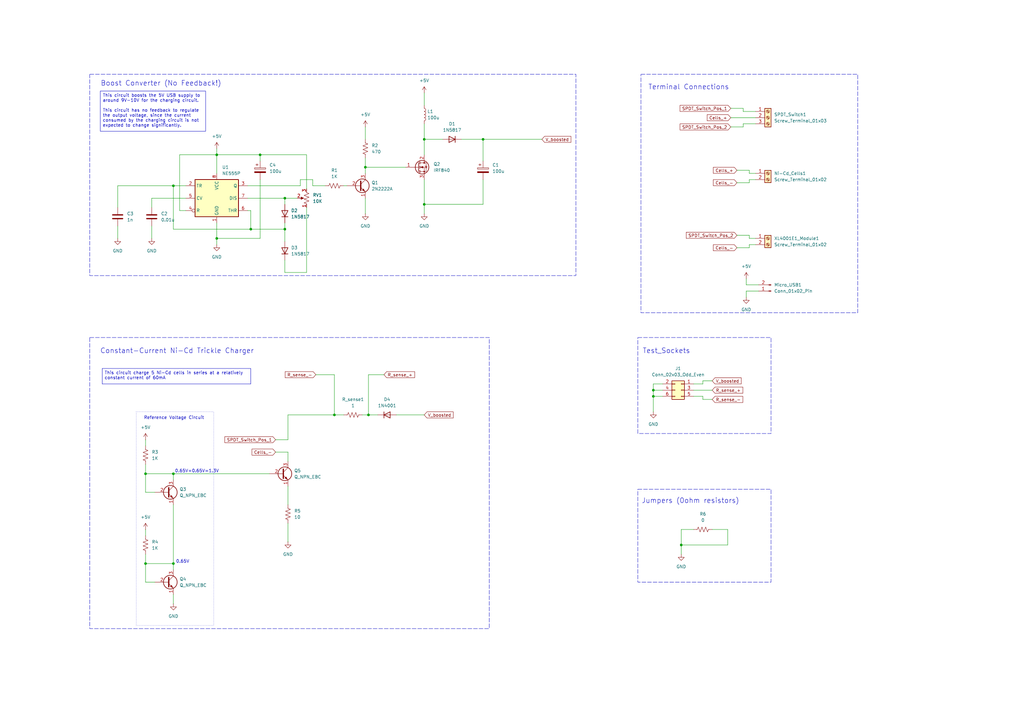
<source format=kicad_sch>
(kicad_sch (version 20231120) (generator "eeschema") (generator_version "8.0")
  (paper "A3")
  (title_block (date "2024-08-03"))
  (lib_symbols
    (symbol "Connector:Conn_01x02_Pin" (pin_names (offset 1.016) hide)
      (property "Reference" "J" (at 0 2.54 0))
      (property "Value" "Conn_01x02_Pin" (at 0 -5.08 0))
      (symbol "Conn_01x02_Pin_1_1"
        (polyline (pts (xy 1.27 -2.54) (xy 0.8636 -2.54)) (stroke (width 0.1524)))
        (polyline (pts (xy 1.27 0) (xy 0.8636 0)) (stroke (width 0.1524)))
        (rectangle (start 0.8636 -2.413) (end 0 -2.667) (stroke (width 0.1524)) (fill (type outline)))
        (rectangle (start 0.8636 0.127) (end 0 -0.127) (stroke (width 0.1524)) (fill (type outline)))
        (pin passive line (at 5.08 0 180) (length 3.81) (name "Pin_1") (number "1"))
        (pin passive line (at 5.08 -2.54 180) (length 3.81) (name "Pin_2") (number "2"))
      )
    )
    (symbol "Connector:Screw_Terminal_01x02" (pin_names (offset 1.016) hide)
      (property "Reference" "J" (at 0 2.54 0))
      (property "Value" "Screw_Terminal_01x02" (at 0 -5.08 0))
      (symbol "Screw_Terminal_01x02_1_1"
        (rectangle (start -1.27 1.27) (end 1.27 -3.81) (stroke (width 0.254)) (fill (type background)))
        (circle (center 0 -2.54) (radius 0.635) (stroke (width 0.1524)))
        (polyline (pts (xy -0.5334 -2.2098) (xy 0.3302 -3.048)) (stroke (width 0.1524)))
        (polyline (pts (xy -0.5334 0.3302) (xy 0.3302 -0.508)) (stroke (width 0.1524)))
        (polyline (pts (xy -0.3556 -2.032) (xy 0.508 -2.8702)) (stroke (width 0.1524)))
        (polyline (pts (xy -0.3556 0.508) (xy 0.508 -0.3302)) (stroke (width 0.1524)))
        (circle (center 0 0) (radius 0.635) (stroke (width 0.1524)))
        (pin passive line (at -5.08 0 0) (length 3.81) (name "Pin_1") (number "1"))
        (pin passive line (at -5.08 -2.54 0) (length 3.81) (name "Pin_2") (number "2"))
      )
    )
    (symbol "Connector:Screw_Terminal_01x03" (pin_names (offset 1.016) hide)
      (property "Reference" "J" (at 0 5.08 0))
      (property "Value" "Screw_Terminal_01x03" (at 0 -5.08 0))
      (symbol "Screw_Terminal_01x03_1_1"
        (rectangle (start -1.27 3.81) (end 1.27 -3.81) (stroke (width 0.254)) (fill (type background)))
        (circle (center 0 -2.54) (radius 0.635) (stroke (width 0.1524)))
        (polyline (pts (xy -0.5334 -2.2098) (xy 0.3302 -3.048)) (stroke (width 0.1524)))
        (polyline (pts (xy -0.5334 0.3302) (xy 0.3302 -0.508)) (stroke (width 0.1524)))
        (polyline (pts (xy -0.5334 2.8702) (xy 0.3302 2.032)) (stroke (width 0.1524)))
        (polyline (pts (xy -0.3556 -2.032) (xy 0.508 -2.8702)) (stroke (width 0.1524)))
        (polyline (pts (xy -0.3556 0.508) (xy 0.508 -0.3302)) (stroke (width 0.1524)))
        (polyline (pts (xy -0.3556 3.048) (xy 0.508 2.2098)) (stroke (width 0.1524)))
        (circle (center 0 0) (radius 0.635) (stroke (width 0.1524)))
        (circle (center 0 2.54) (radius 0.635) (stroke (width 0.1524)))
        (pin passive line (at -5.08 2.54 0) (length 3.81) (name "Pin_1") (number "1"))
        (pin passive line (at -5.08 0 0) (length 3.81) (name "Pin_2") (number "2"))
        (pin passive line (at -5.08 -2.54 0) (length 3.81) (name "Pin_3") (number "3"))
      )
    )
    (symbol "Connector_Generic:Conn_02x03_Odd_Even" (pin_names (offset 1.016) hide)
      (property "Reference" "J" (at 1.27 5.08 0))
      (property "Value" "Conn_02x03_Odd_Even" (at 1.27 -5.08 0))
      (symbol "Conn_02x03_Odd_Even_1_1"
        (rectangle (start -1.27 -2.413) (end 0 -2.667) (stroke (width 0.1524)))
        (rectangle (start -1.27 0.127) (end 0 -0.127) (stroke (width 0.1524)))
        (rectangle (start -1.27 2.667) (end 0 2.413) (stroke (width 0.1524)))
        (rectangle (start -1.27 3.81) (end 3.81 -3.81) (stroke (width 0.254)) (fill (type background)))
        (rectangle (start 3.81 -2.413) (end 2.54 -2.667) (stroke (width 0.1524)))
        (rectangle (start 3.81 0.127) (end 2.54 -0.127) (stroke (width 0.1524)))
        (rectangle (start 3.81 2.667) (end 2.54 2.413) (stroke (width 0.1524)))
        (pin passive line (at -5.08 2.54 0) (length 3.81) (name "Pin_1") (number "1"))
        (pin passive line (at 7.62 2.54 180) (length 3.81) (name "Pin_2") (number "2"))
        (pin passive line (at -5.08 0 0) (length 3.81) (name "Pin_3") (number "3"))
        (pin passive line (at 7.62 0 180) (length 3.81) (name "Pin_4") (number "4"))
        (pin passive line (at -5.08 -2.54 0) (length 3.81) (name "Pin_5") (number "5"))
        (pin passive line (at 7.62 -2.54 180) (length 3.81) (name "Pin_6") (number "6"))
      )
    )
    (symbol "Device:C" (pin_numbers hide) (pin_names (offset 0.254))
      (property "Reference" "C" (at 0.635 2.54 0))
      (property "Value" "C" (at 0.635 -2.54 0))
      (symbol "C_0_1"
        (polyline (pts (xy -2.032 -0.762) (xy 2.032 -0.762)) (stroke (width 0.508)))
        (polyline (pts (xy -2.032 0.762) (xy 2.032 0.762)) (stroke (width 0.508)))
      )
      (symbol "C_1_1"
        (pin passive line (at 0 3.81 270) (length 2.794) (name "~") (number "1"))
        (pin passive line (at 0 -3.81 90) (length 2.794) (name "~") (number "2"))
      )
    )
    (symbol "Device:C_Polarized" (pin_numbers hide) (pin_names (offset 0.254))
      (property "Reference" "C" (at 0.635 2.54 0))
      (property "Value" "C_Polarized" (at 0.635 -2.54 0))
      (symbol "C_Polarized_0_1"
        (rectangle (start -2.286 0.508) (end 2.286 1.016))
        (polyline (pts (xy -1.778 2.286) (xy -0.762 2.286)))
        (polyline (pts (xy -1.27 2.794) (xy -1.27 1.778)))
        (rectangle (start 2.286 -0.508) (end -2.286 -1.016) (fill (type outline)))
      )
      (symbol "C_Polarized_1_1"
        (pin passive line (at 0 3.81 270) (length 2.794) (name "~") (number "1"))
        (pin passive line (at 0 -3.81 90) (length 2.794) (name "~") (number "2"))
      )
    )
    (symbol "Device:D" (pin_numbers hide) (pin_names (offset 1.016) hide)
      (property "Reference" "D" (at 0 2.54 0))
      (property "Value" "D" (at 0 -2.54 0))
      (symbol "D_0_1"
        (polyline (pts (xy -1.27 1.27) (xy -1.27 -1.27)) (stroke (width 0.254)))
        (polyline (pts (xy 1.27 0) (xy -1.27 0)))
        (polyline (pts (xy 1.27 1.27) (xy 1.27 -1.27) (xy -1.27 0) (xy 1.27 1.27)) (stroke (width 0.254)))
      )
      (symbol "D_1_1"
        (pin passive line (at -3.81 0 0) (length 2.54) (name "K") (number "1"))
        (pin passive line (at 3.81 0 180) (length 2.54) (name "A") (number "2"))
      )
    )
    (symbol "Device:L" (pin_numbers hide) (pin_names (offset 1.016) hide)
      (property "Reference" "L" (at -1.27 0 90))
      (property "Value" "L" (at 1.905 0 90))
      (symbol "L_0_1"
        (arc (start 0 -2.54) (mid 0.6323 -1.905) (end 0 -1.27))
        (arc (start 0 -1.27) (mid 0.6323 -0.635) (end 0 0))
        (arc (start 0 0) (mid 0.6323 0.635) (end 0 1.27))
        (arc (start 0 1.27) (mid 0.6323 1.905) (end 0 2.54))
      )
      (symbol "L_1_1"
        (pin passive line (at 0 3.81 270) (length 1.27) (name "1") (number "1"))
        (pin passive line (at 0 -3.81 90) (length 1.27) (name "2") (number "2"))
      )
    )
    (symbol "Device:Q_NMOS_GDS" (pin_names (offset 0) hide)
      (property "Reference" "Q" (at 5.08 1.27 0))
      (property "Value" "Q_NMOS_GDS" (at 5.08 -1.27 0))
      (symbol "Q_NMOS_GDS_0_1"
        (polyline (pts (xy 0.254 0) (xy -2.54 0)))
        (polyline (pts (xy 0.254 1.905) (xy 0.254 -1.905)) (stroke (width 0.254)))
        (polyline (pts (xy 0.762 -1.27) (xy 0.762 -2.286)) (stroke (width 0.254)))
        (polyline (pts (xy 0.762 0.508) (xy 0.762 -0.508)) (stroke (width 0.254)))
        (polyline (pts (xy 0.762 2.286) (xy 0.762 1.27)) (stroke (width 0.254)))
        (polyline (pts (xy 2.54 2.54) (xy 2.54 1.778)))
        (polyline (pts (xy 2.54 -2.54) (xy 2.54 0) (xy 0.762 0)))
        (polyline (pts (xy 0.762 -1.778) (xy 3.302 -1.778) (xy 3.302 1.778) (xy 0.762 1.778)))
        (polyline (pts (xy 1.016 0) (xy 2.032 0.381) (xy 2.032 -0.381) (xy 1.016 0)) (fill (type outline)))
        (polyline (pts (xy 2.794 0.508) (xy 2.921 0.381) (xy 3.683 0.381) (xy 3.81 0.254)))
        (polyline (pts (xy 3.302 0.381) (xy 2.921 -0.254) (xy 3.683 -0.254) (xy 3.302 0.381)))
        (circle (center 1.651 0) (radius 2.794) (stroke (width 0.254)))
        (circle (center 2.54 -1.778) (radius 0.254) (fill (type outline)))
        (circle (center 2.54 1.778) (radius 0.254) (fill (type outline)))
      )
      (symbol "Q_NMOS_GDS_1_1"
        (pin input line (at -5.08 0 0) (length 2.54) (name "G") (number "1"))
        (pin passive line (at 2.54 5.08 270) (length 2.54) (name "D") (number "2"))
        (pin passive line (at 2.54 -5.08 90) (length 2.54) (name "S") (number "3"))
      )
    )
    (symbol "Device:Q_NPN_EBC" (pin_names (offset 0) hide)
      (property "Reference" "Q" (at 5.08 1.27 0))
      (property "Value" "Q_NPN_EBC" (at 5.08 -1.27 0))
      (symbol "Q_NPN_EBC_0_1"
        (polyline (pts (xy 0.635 0.635) (xy 2.54 2.54)))
        (polyline (pts (xy 0.635 -0.635) (xy 2.54 -2.54) (xy 2.54 -2.54)))
        (polyline (pts (xy 0.635 1.905) (xy 0.635 -1.905) (xy 0.635 -1.905)) (stroke (width 0.508)))
        (polyline (pts (xy 1.27 -1.778) (xy 1.778 -1.27) (xy 2.286 -2.286) (xy 1.27 -1.778) (xy 1.27 -1.778)) (fill (type outline)))
        (circle (center 1.27 0) (radius 2.8194) (stroke (width 0.254)))
      )
      (symbol "Q_NPN_EBC_1_1"
        (pin passive line (at 2.54 -5.08 90) (length 2.54) (name "E") (number "1"))
        (pin passive line (at -5.08 0 0) (length 5.715) (name "B") (number "2"))
        (pin passive line (at 2.54 5.08 270) (length 2.54) (name "C") (number "3"))
      )
    )
    (symbol "Device:R_Potentiometer_US" (pin_names (offset 1.016) hide)
      (property "Reference" "RV" (at -4.445 0 90))
      (property "Value" "R_Potentiometer_US" (at -2.54 0 90))
      (symbol "R_Potentiometer_US_0_1"
        (polyline (pts (xy 0 -2.286) (xy 0 -2.54)))
        (polyline (pts (xy 0 2.54) (xy 0 2.286)))
        (polyline (pts (xy 2.54 0) (xy 1.524 0)))
        (polyline (pts (xy 1.143 0) (xy 2.286 0.508) (xy 2.286 -0.508) (xy 1.143 0)) (fill (type outline)))
        (polyline (pts (xy 0 -0.762) (xy 1.016 -1.143) (xy 0 -1.524) (xy -1.016 -1.905) (xy 0 -2.286)))
        (polyline (pts (xy 0 0.762) (xy 1.016 0.381) (xy 0 0) (xy -1.016 -0.381) (xy 0 -0.762)))
        (polyline (pts (xy 0 2.286) (xy 1.016 1.905) (xy 0 1.524) (xy -1.016 1.143) (xy 0 0.762)))
      )
      (symbol "R_Potentiometer_US_1_1"
        (pin passive line (at 0 3.81 270) (length 1.27) (name "1") (number "1"))
        (pin passive line (at 3.81 0 180) (length 1.27) (name "2") (number "2"))
        (pin passive line (at 0 -3.81 90) (length 1.27) (name "3") (number "3"))
      )
    )
    (symbol "Device:R_US" (pin_numbers hide) (pin_names (offset 0))
      (property "Reference" "R" (at 2.54 0 90))
      (property "Value" "R_US" (at -2.54 0 90))
      (symbol "R_US_0_1"
        (polyline (pts (xy 0 -2.286) (xy 0 -2.54)))
        (polyline (pts (xy 0 2.286) (xy 0 2.54)))
        (polyline (pts (xy 0 -0.762) (xy 1.016 -1.143) (xy 0 -1.524) (xy -1.016 -1.905) (xy 0 -2.286)))
        (polyline (pts (xy 0 0.762) (xy 1.016 0.381) (xy 0 0) (xy -1.016 -0.381) (xy 0 -0.762)))
        (polyline (pts (xy 0 2.286) (xy 1.016 1.905) (xy 0 1.524) (xy -1.016 1.143) (xy 0 0.762)))
      )
      (symbol "R_US_1_1"
        (pin passive line (at 0 3.81 270) (length 1.27) (name "~") (number "1"))
        (pin passive line (at 0 -3.81 90) (length 1.27) (name "~") (number "2"))
      )
    )
    (symbol "Timer:NE555P"
      (property "Reference" "U" (at -10.16 8.89 0))
      (property "Value" "NE555P" (at 2.54 8.89 0))
      (symbol "NE555P_0_0"
        (pin power_in line (at 0 -10.16 90) (length 2.54) (name "GND") (number "1"))
        (pin power_in line (at 0 10.16 270) (length 2.54) (name "VCC") (number "8"))
      )
      (symbol "NE555P_0_1"
        (rectangle (start -8.89 -7.62) (end 8.89 7.62) (stroke (width 0.254)) (fill (type background)))
        (rectangle (start -8.89 -7.62) (end 8.89 7.62) (stroke (width 0.254)) (fill (type background)))
      )
      (symbol "NE555P_1_1"
        (pin input line (at -12.7 5.08 0) (length 3.81) (name "TR") (number "2"))
        (pin output line (at 12.7 5.08 180) (length 3.81) (name "Q") (number "3"))
        (pin input inverted (at -12.7 -5.08 0) (length 3.81) (name "R") (number "4"))
        (pin input line (at -12.7 0 0) (length 3.81) (name "CV") (number "5"))
        (pin input line (at 12.7 -5.08 180) (length 3.81) (name "THR") (number "6"))
        (pin input line (at 12.7 0 180) (length 3.81) (name "DIS") (number "7"))
      )
    )
    (symbol "power:+5V" (power) (pin_numbers hide) (pin_names (offset 0) hide)
      (property "Value" "+5V" (at 0 3.556 0))
      (symbol "+5V_0_1"
        (polyline (pts (xy -0.762 1.27) (xy 0 2.54)))
        (polyline (pts (xy 0 0) (xy 0 2.54)))
        (polyline (pts (xy 0 2.54) (xy 0.762 1.27)))
      )
      (symbol "+5V_1_1"
        (pin power_in line (at 0 0 90) (length 0) (name "~") (number "1"))
      )
    )
    (symbol "power:GND" (power) (pin_numbers hide) (pin_names (offset 0) hide)
      (property "Value" "GND" (at 0 -3.81 0))
      (symbol "GND_0_1"
        (polyline (pts (xy 0 0) (xy 0 -1.27) (xy 1.27 -1.27) (xy 0 -2.54) (xy -1.27 -1.27) (xy 0 -1.27)))
      )
      (symbol "GND_1_1"
        (pin power_in line (at 0 0 270) (length 0) (name "~") (number "1"))
      )
    )
  )
  (junction (at 71.12 76.2))
  (junction (at 102.87 93.98))
  (junction (at 279.4 223.52))
  (junction (at 71.12 231.14))
  (junction (at 198.12 57.15))
  (junction (at 173.99 83.82))
  (junction (at 267.97 160.02))
  (junction (at 71.12 194.31))
  (junction (at 116.84 81.28))
  (junction (at 137.16 170.18))
  (junction (at 59.69 194.31))
  (junction (at 151.13 170.18))
  (junction (at 149.86 68.58))
  (junction (at 173.99 57.15))
  (junction (at 116.84 93.98))
  (junction (at 267.97 162.56))
  (junction (at 106.68 63.5))
  (junction (at 88.9 97.79))
  (junction (at 88.9 63.5))
  (junction (at 59.69 231.14))
  (wire (pts (xy 63.5 201.93) (xy 59.69 201.93)))
  (wire (pts (xy 137.16 153.67) (xy 137.16 170.18)))
  (wire (pts (xy 198.12 83.82) (xy 173.99 83.82)))
  (wire (pts (xy 59.69 201.93) (xy 59.69 194.31)))
  (wire (pts (xy 284.48 160.02) (xy 292.1 160.02)))
  (wire (pts (xy 306.07 121.92) (xy 306.07 119.38)))
  (wire (pts (xy 304.8 45.72) (xy 304.8 44.45)))
  (wire (pts (xy 71.12 207.01) (xy 71.12 231.14)))
  (wire (pts (xy 198.12 73.66) (xy 198.12 83.82)))
  (wire (pts (xy 304.8 44.45) (xy 299.72 44.45)))
  (wire (pts (xy 76.2 86.36) (xy 73.66 86.36)))
  (wire (pts (xy 307.34 69.85) (xy 302.26 69.85)))
  (wire (pts (xy 304.8 50.8) (xy 309.88 50.8)))
  (wire (pts (xy 106.68 63.5) (xy 106.68 66.04)))
  (wire (pts (xy 189.23 57.15) (xy 198.12 57.15)))
  (wire (pts (xy 181.61 57.15) (xy 173.99 57.15)))
  (wire (pts (xy 288.29 163.83) (xy 288.29 162.56)))
  (wire (pts (xy 101.6 76.2) (xy 123.19 76.2)))
  (wire (pts (xy 267.97 162.56) (xy 267.97 160.02)))
  (wire (pts (xy 173.99 83.82) (xy 173.99 87.63)))
  (wire (pts (xy 62.23 92.71) (xy 62.23 97.79)))
  (wire (pts (xy 173.99 73.66) (xy 173.99 83.82)))
  (wire (pts (xy 162.56 170.18) (xy 173.99 170.18)))
  (wire (pts (xy 102.87 93.98) (xy 102.87 86.36)))
  (wire (pts (xy 123.19 73.66) (xy 128.27 73.66)))
  (wire (pts (xy 102.87 93.98) (xy 116.84 93.98)))
  (wire (pts (xy 137.16 170.18) (xy 140.97 170.18)))
  (wire (pts (xy 307.34 97.79) (xy 307.34 96.52)))
  (wire (pts (xy 116.84 93.98) (xy 116.84 99.06)))
  (wire (pts (xy 71.12 93.98) (xy 102.87 93.98)))
  (wire (pts (xy 304.8 52.07) (xy 304.8 50.8)))
  (wire (pts (xy 151.13 153.67) (xy 151.13 170.18)))
  (wire (pts (xy 307.34 97.79) (xy 309.88 97.79)))
  (wire (pts (xy 48.26 85.09) (xy 48.26 76.2)))
  (wire (pts (xy 306.07 119.38) (xy 311.15 119.38)))
  (wire (pts (xy 106.68 73.66) (xy 106.68 97.79)))
  (wire (pts (xy 288.29 157.48) (xy 288.29 156.21)))
  (wire (pts (xy 140.97 76.2) (xy 142.24 76.2)))
  (wire (pts (xy 148.59 170.18) (xy 151.13 170.18)))
  (wire (pts (xy 59.69 217.17) (xy 59.69 219.71)))
  (wire (pts (xy 116.84 111.76) (xy 125.73 111.76)))
  (wire (pts (xy 125.73 77.47) (xy 125.73 63.5)))
  (wire (pts (xy 76.2 81.28) (xy 62.23 81.28)))
  (wire (pts (xy 129.54 153.67) (xy 137.16 153.67)))
  (wire (pts (xy 149.86 81.28) (xy 149.86 87.63)))
  (wire (pts (xy 173.99 38.1) (xy 173.99 43.18)))
  (wire (pts (xy 267.97 162.56) (xy 267.97 168.91)))
  (wire (pts (xy 118.11 170.18) (xy 137.16 170.18)))
  (wire (pts (xy 71.12 231.14) (xy 71.12 233.68)))
  (wire (pts (xy 299.72 52.07) (xy 304.8 52.07)))
  (wire (pts (xy 118.11 185.42) (xy 118.11 189.23)))
  (wire (pts (xy 288.29 162.56) (xy 284.48 162.56)))
  (wire (pts (xy 125.73 63.5) (xy 106.68 63.5)))
  (wire (pts (xy 149.86 52.07) (xy 149.86 57.15)))
  (wire (pts (xy 71.12 243.84) (xy 71.12 247.65)))
  (wire (pts (xy 149.86 68.58) (xy 166.37 68.58)))
  (wire (pts (xy 118.11 214.63) (xy 118.11 222.25)))
  (wire (pts (xy 299.72 48.26) (xy 309.88 48.26)))
  (wire (pts (xy 118.11 180.34) (xy 113.03 180.34)))
  (wire (pts (xy 307.34 74.93) (xy 302.26 74.93)))
  (wire (pts (xy 71.12 194.31) (xy 110.49 194.31)))
  (wire (pts (xy 267.97 157.48) (xy 267.97 160.02)))
  (wire (pts (xy 271.78 157.48) (xy 267.97 157.48)))
  (wire (pts (xy 198.12 57.15) (xy 222.25 57.15)))
  (wire (pts (xy 71.12 194.31) (xy 71.12 196.85)))
  (wire (pts (xy 284.48 157.48) (xy 288.29 157.48)))
  (wire (pts (xy 306.07 116.84) (xy 306.07 114.3)))
  (wire (pts (xy 48.26 92.71) (xy 48.26 97.79)))
  (wire (pts (xy 309.88 45.72) (xy 304.8 45.72)))
  (wire (pts (xy 298.45 217.17) (xy 298.45 223.52)))
  (wire (pts (xy 113.03 185.42) (xy 118.11 185.42)))
  (wire (pts (xy 128.27 76.2) (xy 133.35 76.2)))
  (wire (pts (xy 309.88 73.66) (xy 307.34 73.66)))
  (wire (pts (xy 173.99 57.15) (xy 173.99 63.5)))
  (wire (pts (xy 48.26 76.2) (xy 71.12 76.2)))
  (wire (pts (xy 157.48 153.67) (xy 151.13 153.67)))
  (wire (pts (xy 151.13 170.18) (xy 154.94 170.18)))
  (wire (pts (xy 309.88 71.12) (xy 307.34 71.12)))
  (wire (pts (xy 59.69 238.76) (xy 59.69 231.14)))
  (wire (pts (xy 88.9 60.96) (xy 88.9 63.5)))
  (wire (pts (xy 118.11 170.18) (xy 118.11 180.34)))
  (wire (pts (xy 116.84 91.44) (xy 116.84 93.98)))
  (wire (pts (xy 116.84 81.28) (xy 121.92 81.28)))
  (wire (pts (xy 271.78 162.56) (xy 267.97 162.56)))
  (wire (pts (xy 59.69 231.14) (xy 71.12 231.14)))
  (wire (pts (xy 59.69 190.5) (xy 59.69 194.31)))
  (wire (pts (xy 59.69 180.34) (xy 59.69 182.88)))
  (wire (pts (xy 101.6 81.28) (xy 116.84 81.28)))
  (wire (pts (xy 311.15 116.84) (xy 306.07 116.84)))
  (wire (pts (xy 307.34 96.52) (xy 302.26 96.52)))
  (wire (pts (xy 307.34 73.66) (xy 307.34 74.93)))
  (wire (pts (xy 149.86 64.77) (xy 149.86 68.58)))
  (wire (pts (xy 279.4 217.17) (xy 284.48 217.17)))
  (wire (pts (xy 106.68 63.5) (xy 88.9 63.5)))
  (wire (pts (xy 101.6 86.36) (xy 102.87 86.36)))
  (wire (pts (xy 106.68 97.79) (xy 88.9 97.79)))
  (wire (pts (xy 59.69 194.31) (xy 71.12 194.31)))
  (wire (pts (xy 292.1 217.17) (xy 298.45 217.17)))
  (wire (pts (xy 118.11 199.39) (xy 118.11 207.01)))
  (wire (pts (xy 88.9 63.5) (xy 88.9 71.12)))
  (wire (pts (xy 198.12 57.15) (xy 198.12 66.04)))
  (wire (pts (xy 125.73 85.09) (xy 125.73 111.76)))
  (wire (pts (xy 88.9 97.79) (xy 88.9 100.33)))
  (wire (pts (xy 71.12 76.2) (xy 71.12 93.98)))
  (wire (pts (xy 307.34 100.33) (xy 307.34 101.6)))
  (wire (pts (xy 128.27 73.66) (xy 128.27 76.2)))
  (wire (pts (xy 63.5 238.76) (xy 59.69 238.76)))
  (wire (pts (xy 73.66 63.5) (xy 88.9 63.5)))
  (wire (pts (xy 307.34 101.6) (xy 302.26 101.6)))
  (wire (pts (xy 279.4 223.52) (xy 279.4 217.17)))
  (wire (pts (xy 116.84 81.28) (xy 116.84 83.82)))
  (wire (pts (xy 73.66 86.36) (xy 73.66 63.5)))
  (wire (pts (xy 59.69 227.33) (xy 59.69 231.14)))
  (wire (pts (xy 307.34 100.33) (xy 309.88 100.33)))
  (wire (pts (xy 149.86 68.58) (xy 149.86 71.12)))
  (wire (pts (xy 279.4 223.52) (xy 298.45 223.52)))
  (wire (pts (xy 279.4 227.33) (xy 279.4 223.52)))
  (wire (pts (xy 288.29 163.83) (xy 292.1 163.83)))
  (wire (pts (xy 307.34 71.12) (xy 307.34 69.85)))
  (wire (pts (xy 71.12 76.2) (xy 76.2 76.2)))
  (wire (pts (xy 116.84 106.68) (xy 116.84 111.76)))
  (wire (pts (xy 173.99 50.8) (xy 173.99 57.15)))
  (wire (pts (xy 123.19 76.2) (xy 123.19 73.66)))
  (wire (pts (xy 62.23 81.28) (xy 62.23 85.09)))
  (wire (pts (xy 267.97 160.02) (xy 271.78 160.02)))
  (wire (pts (xy 288.29 156.21) (xy 292.1 156.21)))
  (wire (pts (xy 88.9 91.44) (xy 88.9 97.79)))
  (rectangle (start 55.88 168.91) (end 87.63 256.54) (stroke (width 0) (type dot)))
  (rectangle (start 262.89 30.48) (end 351.79 128.27) (stroke (width 0) (type dash)))
  (rectangle (start 261.62 138.43) (end 316.23 177.8) (stroke (width 0) (type dash)))
  (rectangle (start 261.62 200.66) (end 316.23 238.76) (stroke (width 0) (type dash)))
  (rectangle (start 36.83 138.43) (end 200.66 257.81) (stroke (width 0) (type dash)))
  (rectangle (start 36.83 30.48) (end 236.22 113.03) (stroke (width 0) (type dash)))
  (text_box "This circuit boosts the 5V USB supply to around 9V-10V for the charging circuit.\n\nThis circuit has no feedback to regulate the output voltage, since the current consumed by the charging circuit is not expected to change significantly." (at 41.148 37.338 0) (size 43.18 16.51) (effects (font (size 1.27 1.27)) (justify left top)))
  (text_box "This circuit charge 5 Ni-Cd cells in series at a relatively constant current of 60mA" (at 41.91 151.13 0) (size 60.96 6.35) (effects (font (size 1.27 1.27)) (justify left top)))
  (text "Boost Converter (No Feedback!)\n" (at 66.04 34.29 0) (effects (font (size 2.032 2.032))))
  (text "0.65V" (at 74.93 230.378 0) (effects (font (size 1.27 1.27))))
  (text "Terminal Connections" (at 282.448 35.814 0) (effects (font (size 2.032 2.032))))
  (text "Test_Sockets\n" (at 273.304 144.018 0) (effects (font (size 2.032 2.032))))
  (text "0.65V+0.65V=1.3V\n" (at 80.772 193.294 0) (effects (font (size 1.27 1.27))))
  (text "Reference Voltage Circuit\n" (at 71.374 171.45 0) (effects (font (size 1.27 1.27))))
  (text "Constant-Current Ni-Cd Trickle Charger" (at 72.644 144.018 0) (effects (font (size 2.032 2.032))))
  (text "Jumpers (0ohm resistors)" (at 283.21 205.486 0) (effects (font (size 2.032 2.032))))
  (global_label "SPDT_Switch_Pos_2" (shape input) (at 299.72 52.07 180) (property "Intersheetrefs" "${INTERSHEET_REFS}" (effects (hide yes))))
  (global_label "SPDT_Switch_Pos_1" (shape input) (at 299.72 44.45 180) (property "Intersheetrefs" "${INTERSHEET_REFS}" (effects (hide yes))))
  (global_label "Cells_+" (shape input) (at 299.72 48.26 180) (property "Intersheetrefs" "${INTERSHEET_REFS}" (effects (hide yes))))
  (global_label "Cells_+" (shape input) (at 302.26 69.85 180) (property "Intersheetrefs" "${INTERSHEET_REFS}" (effects (hide yes))))
  (global_label "R_sense_+" (shape input) (at 292.1 160.02 0) (property "Intersheetrefs" "${INTERSHEET_REFS}" (effects (hide yes))))
  (global_label "Cells_-" (shape input) (at 302.26 101.6 180) (property "Intersheetrefs" "${INTERSHEET_REFS}" (effects (hide yes))))
  (global_label "R_sense_-" (shape input) (at 292.1 163.83 0) (property "Intersheetrefs" "${INTERSHEET_REFS}" (effects (hide yes))))
  (global_label "Cells_-" (shape input) (at 113.03 185.42 180) (property "Intersheetrefs" "${INTERSHEET_REFS}" (effects (hide yes))))
  (global_label "SPDT_Switch_Pos_1" (shape input) (at 113.03 180.34 180) (property "Intersheetrefs" "${INTERSHEET_REFS}" (effects (hide yes))))
  (global_label "Cells_-" (shape input) (at 302.26 74.93 180) (property "Intersheetrefs" "${INTERSHEET_REFS}" (effects (hide yes))))
  (global_label "SPDT_Switch_Pos_2" (shape input) (at 302.26 96.52 180) (property "Intersheetrefs" "${INTERSHEET_REFS}" (effects (hide yes))))
  (global_label "V_boosted" (shape input) (at 173.99 170.18 0) (property "Intersheetrefs" "${INTERSHEET_REFS}" (effects (hide yes))))
  (global_label "V_boosted" (shape input) (at 292.1 156.21 0) (property "Intersheetrefs" "${INTERSHEET_REFS}" (effects (hide yes))))
  (global_label "R_sense_+" (shape input) (at 157.48 153.67 0) (property "Intersheetrefs" "${INTERSHEET_REFS}" (effects (hide yes))))
  (global_label "V_boosted" (shape input) (at 222.25 57.15 0) (property "Intersheetrefs" "${INTERSHEET_REFS}" (effects (hide yes))))
  (global_label "R_sense_-" (shape input) (at 129.54 153.67 180) (property "Intersheetrefs" "${INTERSHEET_REFS}" (effects (hide yes))))
  (symbol (lib_id "power:GND") (at 62.23 97.79 0) (unit 1)
    (property "Reference" "#PWR07" (effects (hide yes)))
    (property "Value" "GND" (at 62.23 102.87 0))
    (property "Description" "Power symbol creates a global label with name \"GND\" , ground" (effects (hide yes)))
  )
  (symbol (lib_id "Device:D") (at 116.84 87.63 90) (unit 1)
    (property "Reference" "D2" (at 119.38 86.3599 90) (effects (justify right)))
    (property "Value" "1N5817" (at 119.38 88.8999 90) (effects (justify right)))
    (property "Footprint" "Diode_THT:D_A-405_P7.62mm_Horizontal" (effects (hide yes)))
    (property "Description" "Diode" (effects (hide yes)))
    (property "Sim.Device" "D" (effects (hide yes)))
    (property "Sim.Pins" "1=K 2=A" (effects (hide yes)))
  )
  (symbol (lib_id "Device:R_US") (at 137.16 76.2 90) (unit 1)
    (property "Reference" "R1" (at 137.16 69.85 90))
    (property "Value" "1K" (at 137.16 72.39 90))
    (property "Footprint" "Resistor_THT:R_Axial_DIN0207_L6.3mm_D2.5mm_P7.62mm_Horizontal" (effects (hide yes)))
    (property "Description" "Resistor, US symbol" (effects (hide yes)))
  )
  (symbol (lib_id "Device:R_US") (at 118.11 210.82 180) (unit 1)
    (property "Reference" "R5" (at 120.65 209.5499 0) (effects (justify right)))
    (property "Value" "10" (at 120.65 212.0899 0) (effects (justify right)))
    (property "Footprint" "Resistor_THT:R_Axial_DIN0207_L6.3mm_D2.5mm_P7.62mm_Horizontal" (effects (hide yes)))
    (property "Description" "Resistor, US symbol" (effects (hide yes)))
  )
  (symbol (lib_id "Device:Q_NPN_EBC") (at 115.57 194.31 0) (unit 1)
    (property "Reference" "Q5" (at 120.65 193.0399 0) (effects (justify left)))
    (property "Value" "Q_NPN_EBC" (at 120.65 195.5799 0) (effects (justify left)))
    (property "Footprint" "Package_TO_SOT_THT:TO-92L_Inline_Wide" (effects (hide yes)))
    (property "Description" "NPN transistor, emitter/base/collector" (effects (hide yes)))
  )
  (symbol (lib_id "power:GND") (at 71.12 247.65 0) (unit 1)
    (property "Reference" "#PWR09" (effects (hide yes)))
    (property "Value" "GND" (at 71.12 252.73 0))
    (property "Description" "Power symbol creates a global label with name \"GND\" , ground" (effects (hide yes)))
  )
  (symbol (lib_id "power:GND") (at 306.07 121.92 0) (unit 1)
    (property "Reference" "#PWR013" (effects (hide yes)))
    (property "Value" "GND" (at 306.07 127 0))
    (property "Description" "Power symbol creates a global label with name \"GND\" , ground" (effects (hide yes)))
  )
  (symbol (lib_id "power:GND") (at 118.11 222.25 0) (unit 1)
    (property "Reference" "#PWR011" (effects (hide yes)))
    (property "Value" "GND" (at 118.11 227.33 0))
    (property "Description" "Power symbol creates a global label with name \"GND\" , ground" (effects (hide yes)))
  )
  (symbol (lib_id "Device:C") (at 48.26 88.9 0) (unit 1)
    (property "Reference" "C3" (at 52.07 87.6299 0) (effects (justify left)))
    (property "Value" "1n" (at 52.07 90.1699 0) (effects (justify left)))
    (property "Footprint" "Capacitor_THT:C_Disc_D3.8mm_W2.6mm_P2.50mm" (effects (hide yes)))
    (property "Description" "Unpolarized capacitor" (effects (hide yes)))
  )
  (symbol (lib_id "power:+5V") (at 59.69 180.34 0) (unit 1)
    (property "Reference" "#PWR010" (effects (hide yes)))
    (property "Value" "+5V" (at 59.69 175.26 0))
    (property "Description" "Power symbol creates a global label with name \"+5V\"" (effects (hide yes)))
  )
  (symbol (lib_id "Connector:Conn_01x02_Pin") (at 316.23 119.38 180) (unit 1)
    (property "Reference" "Micro_USB1" (at 317.5 116.8399 0) (effects (justify right)))
    (property "Value" "Conn_01x02_Pin" (at 317.5 119.3799 0) (effects (justify right)))
    (property "Footprint" "Connector_PinHeader_2.54mm:PinHeader_1x02_P2.54mm_Vertical" (effects (hide yes)))
    (property "Description" "Generic connector, single row, 01x02, script generated" (effects (hide yes)))
  )
  (symbol (lib_id "power:GND") (at 48.26 97.79 0) (unit 1)
    (property "Reference" "#PWR08" (effects (hide yes)))
    (property "Value" "GND" (at 48.26 102.87 0))
    (property "Description" "Power symbol creates a global label with name \"GND\" , ground" (effects (hide yes)))
  )
  (symbol (lib_id "Device:Q_NPN_EBC") (at 68.58 238.76 0) (unit 1)
    (property "Reference" "Q4" (at 73.66 237.4899 0) (effects (justify left)))
    (property "Value" "Q_NPN_EBC" (at 73.66 240.0299 0) (effects (justify left)))
    (property "Footprint" "Package_TO_SOT_THT:TO-92L_Inline_Wide" (effects (hide yes)))
    (property "Description" "NPN transistor, emitter/base/collector" (effects (hide yes)))
  )
  (symbol (lib_id "power:GND") (at 88.9 100.33 0) (unit 1)
    (property "Reference" "#PWR01" (effects (hide yes)))
    (property "Value" "GND" (at 88.9 105.41 0))
    (property "Description" "Power symbol creates a global label with name \"GND\" , ground" (effects (hide yes)))
  )
  (symbol (lib_id "power:+5V") (at 59.69 217.17 0) (unit 1)
    (property "Reference" "#PWR016" (effects (hide yes)))
    (property "Value" "+5V" (at 59.69 212.09 0))
    (property "Description" "Power symbol creates a global label with name \"+5V\"" (effects (hide yes)))
  )
  (symbol (lib_id "power:+5V") (at 149.86 52.07 0) (unit 1)
    (property "Reference" "#PWR05" (effects (hide yes)))
    (property "Value" "+5V" (at 149.86 46.99 0))
    (property "Description" "Power symbol creates a global label with name \"+5V\"" (effects (hide yes)))
  )
  (symbol (lib_id "Device:C_Polarized") (at 198.12 69.85 0) (unit 1)
    (property "Reference" "C1" (at 201.93 67.6909 0) (effects (justify left)))
    (property "Value" "100u" (at 201.93 70.2309 0) (effects (justify left)))
    (property "Footprint" "Capacitor_THT:CP_Radial_D5.0mm_P2.50mm" (effects (hide yes)))
    (property "Description" "Polarized capacitor" (effects (hide yes)))
  )
  (symbol (lib_id "Device:D") (at 116.84 102.87 90) (unit 1)
    (property "Reference" "D3" (at 119.38 101.5999 90) (effects (justify right)))
    (property "Value" "1N5817" (at 119.38 104.1399 90) (effects (justify right)))
    (property "Footprint" "Diode_THT:D_A-405_P7.62mm_Horizontal" (effects (hide yes)))
    (property "Description" "Diode" (effects (hide yes)))
    (property "Sim.Device" "D" (effects (hide yes)))
    (property "Sim.Pins" "1=K 2=A" (effects (hide yes)))
  )
  (symbol (lib_id "Device:Q_NPN_EBC") (at 147.32 76.2 0) (unit 1)
    (property "Reference" "Q1" (at 152.4 74.9299 0) (effects (justify left)))
    (property "Value" "2N2222A" (at 152.4 77.4699 0) (effects (justify left)))
    (property "Footprint" "Package_TO_SOT_THT:TO-92L_Inline_Wide" (effects (hide yes)))
    (property "Description" "NPN transistor, emitter/base/collector" (effects (hide yes)))
  )
  (symbol (lib_id "Connector:Screw_Terminal_01x03") (at 314.96 48.26 0) (unit 1)
    (property "Reference" "SPDT_Switch1" (at 317.5 46.9899 0) (effects (justify left)))
    (property "Value" "Screw_Terminal_01x03" (at 317.5 49.5299 0) (effects (justify left)))
    (property "Footprint" "TerminalBlock:TerminalBlock_Altech_AK300-3_P5.00mm" (effects (hide yes)))
    (property "Description" "Generic screw terminal, single row, 01x03, script generated (kicad-library-utils/schlib/autogen/connector/)" (effects (hide yes)))
  )
  (symbol (lib_id "Device:Q_NPN_EBC") (at 68.58 201.93 0) (unit 1)
    (property "Reference" "Q3" (at 73.66 200.6599 0) (effects (justify left)))
    (property "Value" "Q_NPN_EBC" (at 73.66 203.1999 0) (effects (justify left)))
    (property "Footprint" "Package_TO_SOT_THT:TO-92L_Inline_Wide" (effects (hide yes)))
    (property "Description" "NPN transistor, emitter/base/collector" (effects (hide yes)))
  )
  (symbol (lib_id "power:+5V") (at 88.9 60.96 0) (unit 1)
    (property "Reference" "#PWR03" (effects (hide yes)))
    (property "Value" "+5V" (at 88.9 55.88 0))
    (property "Description" "Power symbol creates a global label with name \"+5V\"" (effects (hide yes)))
  )
  (symbol (lib_id "Connector:Screw_Terminal_01x02") (at 314.96 71.12 0) (unit 1)
    (property "Reference" "Ni-Cd_Cells1" (at 317.5 71.1199 0) (effects (justify left)))
    (property "Value" "Screw_Terminal_01x02" (at 317.5 73.6599 0) (effects (justify left)))
    (property "Footprint" "TerminalBlock:TerminalBlock_Altech_AK300-2_P5.00mm" (effects (hide yes)))
    (property "Description" "Generic screw terminal, single row, 01x02, script generated (kicad-library-utils/schlib/autogen/connector/)" (effects (hide yes)))
  )
  (symbol (lib_id "Device:R_US") (at 149.86 60.96 180) (unit 1)
    (property "Reference" "R2" (at 152.4 59.6899 0) (effects (justify right)))
    (property "Value" "470" (at 152.4 62.2299 0) (effects (justify right)))
    (property "Footprint" "Resistor_THT:R_Axial_DIN0207_L6.3mm_D2.5mm_P7.62mm_Horizontal" (effects (hide yes)))
    (property "Description" "Resistor, US symbol" (effects (hide yes)))
  )
  (symbol (lib_id "Device:C") (at 62.23 88.9 0) (unit 1)
    (property "Reference" "C2" (at 66.04 87.6299 0) (effects (justify left)))
    (property "Value" "0.01u" (at 66.04 90.1699 0) (effects (justify left)))
    (property "Footprint" "Capacitor_THT:C_Disc_D3.8mm_W2.6mm_P2.50mm" (effects (hide yes)))
    (property "Description" "Unpolarized capacitor" (effects (hide yes)))
  )
  (symbol (lib_id "power:GND") (at 149.86 87.63 0) (unit 1)
    (property "Reference" "#PWR02" (effects (hide yes)))
    (property "Value" "GND" (at 149.86 92.71 0))
    (property "Description" "Power symbol creates a global label with name \"GND\" , ground" (effects (hide yes)))
  )
  (symbol (lib_id "Device:R_US") (at 59.69 223.52 180) (unit 1)
    (property "Reference" "R4" (at 62.23 222.2499 0) (effects (justify right)))
    (property "Value" "1K" (at 62.23 224.7899 0) (effects (justify right)))
    (property "Footprint" "Resistor_THT:R_Axial_DIN0207_L6.3mm_D2.5mm_P7.62mm_Horizontal" (effects (hide yes)))
    (property "Description" "Resistor, US symbol" (effects (hide yes)))
  )
  (symbol (lib_id "Device:R_US") (at 144.78 170.18 270) (unit 1)
    (property "Reference" "R_sense1" (at 144.78 163.83 90))
    (property "Value" "1" (at 144.78 166.37 90))
    (property "Footprint" "Resistor_THT:R_Axial_DIN0207_L6.3mm_D2.5mm_P7.62mm_Horizontal" (effects (hide yes)))
    (property "Description" "Resistor, US symbol" (effects (hide yes)))
  )
  (symbol (lib_id "power:GND") (at 173.99 87.63 0) (unit 1)
    (property "Reference" "#PWR04" (effects (hide yes)))
    (property "Value" "GND" (at 173.99 92.71 0))
    (property "Description" "Power symbol creates a global label with name \"GND\" , ground" (effects (hide yes)))
  )
  (symbol (lib_id "Device:C_Polarized") (at 106.68 69.85 0) (unit 1)
    (property "Reference" "C4" (at 110.49 67.6909 0) (effects (justify left)))
    (property "Value" "100u" (at 110.49 70.2309 0) (effects (justify left)))
    (property "Footprint" "Capacitor_THT:CP_Radial_D5.0mm_P2.50mm" (effects (hide yes)))
    (property "Description" "Polarized capacitor" (effects (hide yes)))
  )
  (symbol (lib_id "Connector:Screw_Terminal_01x02") (at 314.96 97.79 0) (unit 1)
    (property "Reference" "XL4001E1_Module1" (at 317.5 97.7899 0) (effects (justify left)))
    (property "Value" "Screw_Terminal_01x02" (at 317.5 100.3299 0) (effects (justify left)))
    (property "Footprint" "TerminalBlock:TerminalBlock_Altech_AK300-2_P5.00mm" (effects (hide yes)))
    (property "Description" "Generic screw terminal, single row, 01x02, script generated (kicad-library-utils/schlib/autogen/connector/)" (effects (hide yes)))
  )
  (symbol (lib_id "Device:R_US") (at 288.29 217.17 270) (unit 1)
    (property "Reference" "R6" (at 288.29 210.82 90))
    (property "Value" "0" (at 288.29 213.36 90))
    (property "Footprint" "Resistor_THT:R_Axial_DIN0207_L6.3mm_D2.5mm_P7.62mm_Horizontal" (effects (hide yes)))
    (property "Description" "Resistor, US symbol" (effects (hide yes)))
  )
  (symbol (lib_id "Device:L") (at 173.99 46.99 0) (unit 1)
    (property "Reference" "L1" (at 175.26 45.7199 0) (effects (justify left)))
    (property "Value" "100u" (at 175.26 48.2599 0) (effects (justify left)))
    (property "Footprint" "Inductor_THT:L_Axial_L5.0mm_D3.6mm_P10.00mm_Horizontal_Murata_BL01RN1A2A2" (effects (hide yes)))
    (property "Description" "Inductor" (effects (hide yes)))
  )
  (symbol (lib_id "Device:Q_NMOS_GDS") (at 171.45 68.58 0) (unit 1)
    (property "Reference" "Q2" (at 177.8 67.3099 0) (effects (justify left)))
    (property "Value" "IRF840" (at 177.8 69.8499 0) (effects (justify left)))
    (property "Footprint" "Package_TO_SOT_THT:TO-126-3_Vertical" (effects (hide yes)))
    (property "Description" "N-MOSFET transistor, gate/drain/source" (effects (hide yes)))
  )
  (symbol (lib_id "Device:D") (at 158.75 170.18 0) (unit 1)
    (property "Reference" "D4" (at 158.75 163.83 0))
    (property "Value" "1N4001" (at 158.75 166.37 0))
    (property "Footprint" "Diode_THT:D_A-405_P7.62mm_Horizontal" (effects (hide yes)))
    (property "Description" "Diode" (effects (hide yes)))
    (property "Sim.Device" "D" (effects (hide yes)))
    (property "Sim.Pins" "1=K 2=A" (effects (hide yes)))
  )
  (symbol (lib_id "Device:R_US") (at 59.69 186.69 180) (unit 1)
    (property "Reference" "R3" (at 62.23 185.4199 0) (effects (justify right)))
    (property "Value" "1K" (at 62.23 187.9599 0) (effects (justify right)))
    (property "Footprint" "Resistor_THT:R_Axial_DIN0207_L6.3mm_D2.5mm_P7.62mm_Horizontal" (effects (hide yes)))
    (property "Description" "Resistor, US symbol" (effects (hide yes)))
  )
  (symbol (lib_id "Device:D") (at 185.42 57.15 180) (unit 1)
    (property "Reference" "D1" (at 185.42 50.8 0))
    (property "Value" "1N5817" (at 185.42 53.34 0))
    (property "Footprint" "Diode_THT:D_A-405_P7.62mm_Horizontal" (effects (hide yes)))
    (property "Description" "Diode" (effects (hide yes)))
    (property "Sim.Device" "D" (effects (hide yes)))
    (property "Sim.Pins" "1=K 2=A" (effects (hide yes)))
  )
  (symbol (lib_id "power:GND") (at 267.97 168.91 0) (unit 1)
    (property "Reference" "#PWR012" (effects (hide yes)))
    (property "Value" "GND" (at 267.97 173.99 0))
    (property "Description" "Power symbol creates a global label with name \"GND\" , ground" (effects (hide yes)))
  )
  (symbol (lib_id "power:+5V") (at 306.07 114.3 0) (unit 1)
    (property "Reference" "#PWR014" (effects (hide yes)))
    (property "Value" "+5V" (at 306.07 109.22 0))
    (property "Description" "Power symbol creates a global label with name \"+5V\"" (effects (hide yes)))
  )
  (symbol (lib_id "Connector_Generic:Conn_02x03_Odd_Even") (at 279.4 160.02 0) (mirror y) (unit 1)
    (property "Reference" "J1" (at 278.13 151.13 0))
    (property "Value" "Conn_02x03_Odd_Even" (at 278.13 153.67 0))
    (property "Footprint" "Connector_PinSocket_2.54mm:PinSocket_2x03_P2.54mm_Vertical" (effects (hide yes)))
    (property "Description" "Generic connector, double row, 02x03, odd/even pin numbering scheme (row 1 odd numbers, row 2 even numbers), script generated (kicad-library-utils/schlib/autogen/connector/)" (effects (hide yes)))
  )
  (symbol (lib_id "Device:R_Potentiometer_US") (at 125.73 81.28 180) (unit 1)
    (property "Reference" "RV1" (at 128.27 80.0099 0) (effects (justify right)))
    (property "Value" "10K" (at 128.27 82.5499 0) (effects (justify right)))
    (property "Footprint" "Potentiometer_THT:Potentiometer_Piher_PT-10-V05_Vertical" (effects (hide yes)))
    (property "Description" "Potentiometer, US symbol" (effects (hide yes)))
  )
  (symbol (lib_id "power:+5V") (at 173.99 38.1 0) (unit 1)
    (property "Reference" "#PWR06" (effects (hide yes)))
    (property "Value" "+5V" (at 173.99 33.02 0))
    (property "Description" "Power symbol creates a global label with name \"+5V\"" (effects (hide yes)))
  )
  (symbol (lib_id "power:GND") (at 279.4 227.33 0) (unit 1)
    (property "Reference" "#PWR015" (effects (hide yes)))
    (property "Value" "GND" (at 279.4 232.41 0))
    (property "Description" "Power symbol creates a global label with name \"GND\" , ground" (effects (hide yes)))
  )
  (symbol (lib_id "Timer:NE555P") (at 88.9 81.28 0) (unit 1)
    (property "Reference" "U1" (at 91.0941 68.58 0) (effects (justify left)))
    (property "Value" "NE555P" (at 91.0941 71.12 0) (effects (justify left)))
    (property "Footprint" "Package_DIP:DIP-8_W7.62mm" (effects (hide yes)))
    (property "Datasheet" "http://www.ti.com/lit/ds/symlink/ne555.pdf" (effects (hide yes)))
    (property "Description" "Precision Timers, 555 compatible,  PDIP-8" (effects (hide yes)))
  )
)
</source>
